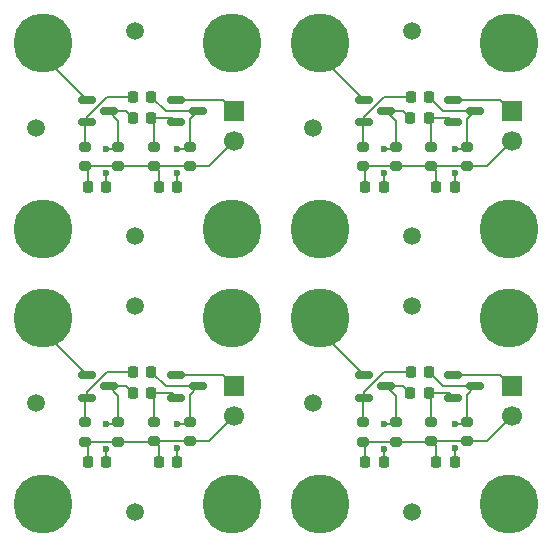
<source format=gbr>
%TF.GenerationSoftware,KiCad,Pcbnew,9.0.5*%
%TF.CreationDate,2025-10-24T18:10:22+02:00*%
%TF.ProjectId,panel,70616e65-6c2e-46b6-9963-61645f706362,rev?*%
%TF.SameCoordinates,Original*%
%TF.FileFunction,Copper,L1,Top*%
%TF.FilePolarity,Positive*%
%FSLAX46Y46*%
G04 Gerber Fmt 4.6, Leading zero omitted, Abs format (unit mm)*
G04 Created by KiCad (PCBNEW 9.0.5) date 2025-10-24 18:10:22*
%MOMM*%
%LPD*%
G01*
G04 APERTURE LIST*
G04 Aperture macros list*
%AMRoundRect*
0 Rectangle with rounded corners*
0 $1 Rounding radius*
0 $2 $3 $4 $5 $6 $7 $8 $9 X,Y pos of 4 corners*
0 Add a 4 corners polygon primitive as box body*
4,1,4,$2,$3,$4,$5,$6,$7,$8,$9,$2,$3,0*
0 Add four circle primitives for the rounded corners*
1,1,$1+$1,$2,$3*
1,1,$1+$1,$4,$5*
1,1,$1+$1,$6,$7*
1,1,$1+$1,$8,$9*
0 Add four rect primitives between the rounded corners*
20,1,$1+$1,$2,$3,$4,$5,0*
20,1,$1+$1,$4,$5,$6,$7,0*
20,1,$1+$1,$6,$7,$8,$9,0*
20,1,$1+$1,$8,$9,$2,$3,0*%
G04 Aperture macros list end*
%TA.AperFunction,SMDPad,CuDef*%
%ADD10RoundRect,0.200000X0.275000X-0.200000X0.275000X0.200000X-0.275000X0.200000X-0.275000X-0.200000X0*%
%TD*%
%TA.AperFunction,SMDPad,CuDef*%
%ADD11RoundRect,0.150000X-0.587500X-0.150000X0.587500X-0.150000X0.587500X0.150000X-0.587500X0.150000X0*%
%TD*%
%TA.AperFunction,ComponentPad*%
%ADD12C,5.000000*%
%TD*%
%TA.AperFunction,SMDPad,CuDef*%
%ADD13C,1.500000*%
%TD*%
%TA.AperFunction,SMDPad,CuDef*%
%ADD14RoundRect,0.218750X0.218750X0.256250X-0.218750X0.256250X-0.218750X-0.256250X0.218750X-0.256250X0*%
%TD*%
%TA.AperFunction,ComponentPad*%
%ADD15R,1.700000X1.700000*%
%TD*%
%TA.AperFunction,ComponentPad*%
%ADD16C,1.700000*%
%TD*%
%TA.AperFunction,SMDPad,CuDef*%
%ADD17RoundRect,0.225000X0.225000X0.250000X-0.225000X0.250000X-0.225000X-0.250000X0.225000X-0.250000X0*%
%TD*%
%TA.AperFunction,ViaPad*%
%ADD18C,0.600000*%
%TD*%
%TA.AperFunction,Conductor*%
%ADD19C,0.200000*%
%TD*%
G04 APERTURE END LIST*
D10*
%TO.P,R3,1*%
%TO.N,Board_3-VCC*%
X161650000Y-56500000D03*
%TO.P,R3,2*%
%TO.N,Board_3-bjt_1*%
X161650000Y-54850000D03*
%TD*%
D11*
%TO.P,Q2,1,E*%
%TO.N,Board_0-GND*%
X132467737Y-27600000D03*
%TO.P,Q2,2,B*%
%TO.N,Board_0-bjt_2*%
X132467737Y-29500000D03*
%TO.P,Q2,3,C*%
%TO.N,Board_0-Net-(D2-K)*%
X134342737Y-28550000D03*
%TD*%
D12*
%TO.P,H1,1,1*%
%TO.N,Board_3-GND*%
X152250000Y-46050000D03*
%TD*%
D11*
%TO.P,Q2,1,E*%
%TO.N,Board_1-GND*%
X155975000Y-27600000D03*
%TO.P,Q2,2,B*%
%TO.N,Board_1-bjt_2*%
X155975000Y-29500000D03*
%TO.P,Q2,3,C*%
%TO.N,Board_1-Net-(D2-K)*%
X157850000Y-28550000D03*
%TD*%
D13*
%TO.P,FID4,*%
%TO.N,*%
X151650000Y-53250000D03*
%TD*%
D12*
%TO.P,H3,1,1*%
%TO.N,Board_2-GND*%
X144742737Y-61850000D03*
%TD*%
D10*
%TO.P,R4,1*%
%TO.N,Board_2-VCC*%
X135142737Y-56525000D03*
%TO.P,R4,2*%
%TO.N,Board_2-Net-(D2-K)*%
X135142737Y-54875000D03*
%TD*%
D13*
%TO.P,FID3,*%
%TO.N,*%
X160050000Y-62450000D03*
%TD*%
%TO.P,FID1,*%
%TO.N,*%
X160050000Y-45050000D03*
%TD*%
D14*
%TO.P,D1,1,K*%
%TO.N,Board_1-Net-(D1-K)*%
X163637500Y-34950000D03*
%TO.P,D1,2,A*%
%TO.N,Board_1-VCC*%
X162062500Y-34950000D03*
%TD*%
D15*
%TO.P,J1,1,Pin_1*%
%TO.N,Board_2-GND*%
X144942737Y-51850000D03*
D16*
%TO.P,J1,2,Pin_2*%
%TO.N,Board_2-VCC*%
X144942737Y-54390000D03*
%TD*%
D10*
%TO.P,R4,1*%
%TO.N,Board_1-VCC*%
X158650000Y-33225000D03*
%TO.P,R4,2*%
%TO.N,Board_1-Net-(D2-K)*%
X158650000Y-31575000D03*
%TD*%
D11*
%TO.P,Q1,1,E*%
%TO.N,Board_3-GND*%
X163512500Y-50900000D03*
%TO.P,Q1,2,B*%
%TO.N,Board_3-bjt_1*%
X163512500Y-52800000D03*
%TO.P,Q1,3,C*%
%TO.N,Board_3-Net-(D1-K)*%
X165387500Y-51850000D03*
%TD*%
D17*
%TO.P,C1,1*%
%TO.N,Board_1-Net-(D1-K)*%
X161450000Y-27350000D03*
%TO.P,C1,2*%
%TO.N,Board_1-bjt_2*%
X159900000Y-27350000D03*
%TD*%
D13*
%TO.P,FID4,*%
%TO.N,*%
X128142737Y-53250000D03*
%TD*%
D12*
%TO.P,H3,1,1*%
%TO.N,Board_0-GND*%
X144742737Y-38550000D03*
%TD*%
D10*
%TO.P,R1,1*%
%TO.N,Board_0-VCC*%
X141186059Y-33200000D03*
%TO.P,R1,2*%
%TO.N,Board_0-Net-(D1-K)*%
X141186059Y-31550000D03*
%TD*%
D17*
%TO.P,C2,1*%
%TO.N,Board_3-bjt_1*%
X161425000Y-52450000D03*
%TO.P,C2,2*%
%TO.N,Board_3-Net-(D2-K)*%
X159875000Y-52450000D03*
%TD*%
%TO.P,C2,1*%
%TO.N,Board_2-bjt_1*%
X137917737Y-52450000D03*
%TO.P,C2,2*%
%TO.N,Board_2-Net-(D2-K)*%
X136367737Y-52450000D03*
%TD*%
D13*
%TO.P,FID1,*%
%TO.N,*%
X136542737Y-45050000D03*
%TD*%
D12*
%TO.P,H4,1,1*%
%TO.N,Board_2-GND*%
X128742737Y-61850000D03*
%TD*%
D17*
%TO.P,C1,1*%
%TO.N,Board_3-Net-(D1-K)*%
X161450000Y-50650000D03*
%TO.P,C1,2*%
%TO.N,Board_3-bjt_2*%
X159900000Y-50650000D03*
%TD*%
D13*
%TO.P,FID1,*%
%TO.N,*%
X136542737Y-21750000D03*
%TD*%
D11*
%TO.P,Q1,1,E*%
%TO.N,Board_2-GND*%
X140005237Y-50900000D03*
%TO.P,Q1,2,B*%
%TO.N,Board_2-bjt_1*%
X140005237Y-52800000D03*
%TO.P,Q1,3,C*%
%TO.N,Board_2-Net-(D1-K)*%
X141880237Y-51850000D03*
%TD*%
D12*
%TO.P,H4,1,1*%
%TO.N,Board_0-GND*%
X128742737Y-38550000D03*
%TD*%
D10*
%TO.P,R3,1*%
%TO.N,Board_0-VCC*%
X138142737Y-33200000D03*
%TO.P,R3,2*%
%TO.N,Board_0-bjt_1*%
X138142737Y-31550000D03*
%TD*%
D14*
%TO.P,D2,1,K*%
%TO.N,Board_0-Net-(D2-K)*%
X134130237Y-34950000D03*
%TO.P,D2,2,A*%
%TO.N,Board_0-VCC*%
X132555237Y-34950000D03*
%TD*%
D17*
%TO.P,C1,1*%
%TO.N,Board_0-Net-(D1-K)*%
X137942737Y-27350000D03*
%TO.P,C1,2*%
%TO.N,Board_0-bjt_2*%
X136392737Y-27350000D03*
%TD*%
D10*
%TO.P,R4,1*%
%TO.N,Board_0-VCC*%
X135142737Y-33225000D03*
%TO.P,R4,2*%
%TO.N,Board_0-Net-(D2-K)*%
X135142737Y-31575000D03*
%TD*%
D12*
%TO.P,H4,1,1*%
%TO.N,Board_1-GND*%
X152250000Y-38550000D03*
%TD*%
D14*
%TO.P,D2,1,K*%
%TO.N,Board_1-Net-(D2-K)*%
X157637500Y-34950000D03*
%TO.P,D2,2,A*%
%TO.N,Board_1-VCC*%
X156062500Y-34950000D03*
%TD*%
D10*
%TO.P,R2,1*%
%TO.N,Board_0-VCC*%
X132342737Y-33225000D03*
%TO.P,R2,2*%
%TO.N,Board_0-bjt_2*%
X132342737Y-31575000D03*
%TD*%
%TO.P,R1,1*%
%TO.N,Board_3-VCC*%
X164693322Y-56500000D03*
%TO.P,R1,2*%
%TO.N,Board_3-Net-(D1-K)*%
X164693322Y-54850000D03*
%TD*%
D14*
%TO.P,D1,1,K*%
%TO.N,Board_0-Net-(D1-K)*%
X140130237Y-34950000D03*
%TO.P,D1,2,A*%
%TO.N,Board_0-VCC*%
X138555237Y-34950000D03*
%TD*%
D13*
%TO.P,FID3,*%
%TO.N,*%
X136542737Y-39150000D03*
%TD*%
D12*
%TO.P,H2,1,1*%
%TO.N,Board_3-GND*%
X168250000Y-46050000D03*
%TD*%
D17*
%TO.P,C2,1*%
%TO.N,Board_0-bjt_1*%
X137917737Y-29150000D03*
%TO.P,C2,2*%
%TO.N,Board_0-Net-(D2-K)*%
X136367737Y-29150000D03*
%TD*%
%TO.P,C1,1*%
%TO.N,Board_2-Net-(D1-K)*%
X137942737Y-50650000D03*
%TO.P,C1,2*%
%TO.N,Board_2-bjt_2*%
X136392737Y-50650000D03*
%TD*%
D12*
%TO.P,H2,1,1*%
%TO.N,Board_0-GND*%
X144742737Y-22750000D03*
%TD*%
%TO.P,H2,1,1*%
%TO.N,Board_1-GND*%
X168250000Y-22750000D03*
%TD*%
D15*
%TO.P,J1,1,Pin_1*%
%TO.N,Board_0-GND*%
X144942737Y-28550000D03*
D16*
%TO.P,J1,2,Pin_2*%
%TO.N,Board_0-VCC*%
X144942737Y-31090000D03*
%TD*%
D12*
%TO.P,H1,1,1*%
%TO.N,Board_0-GND*%
X128742737Y-22750000D03*
%TD*%
D10*
%TO.P,R4,1*%
%TO.N,Board_3-VCC*%
X158650000Y-56525000D03*
%TO.P,R4,2*%
%TO.N,Board_3-Net-(D2-K)*%
X158650000Y-54875000D03*
%TD*%
%TO.P,R2,1*%
%TO.N,Board_3-VCC*%
X155850000Y-56525000D03*
%TO.P,R2,2*%
%TO.N,Board_3-bjt_2*%
X155850000Y-54875000D03*
%TD*%
%TO.P,R3,1*%
%TO.N,Board_2-VCC*%
X138142737Y-56500000D03*
%TO.P,R3,2*%
%TO.N,Board_2-bjt_1*%
X138142737Y-54850000D03*
%TD*%
D14*
%TO.P,D2,1,K*%
%TO.N,Board_3-Net-(D2-K)*%
X157637500Y-58250000D03*
%TO.P,D2,2,A*%
%TO.N,Board_3-VCC*%
X156062500Y-58250000D03*
%TD*%
D13*
%TO.P,FID3,*%
%TO.N,*%
X136542737Y-62450000D03*
%TD*%
%TO.P,FID4,*%
%TO.N,*%
X151650000Y-29950000D03*
%TD*%
D14*
%TO.P,D1,1,K*%
%TO.N,Board_2-Net-(D1-K)*%
X140130237Y-58250000D03*
%TO.P,D1,2,A*%
%TO.N,Board_2-VCC*%
X138555237Y-58250000D03*
%TD*%
D10*
%TO.P,R2,1*%
%TO.N,Board_1-VCC*%
X155850000Y-33225000D03*
%TO.P,R2,2*%
%TO.N,Board_1-bjt_2*%
X155850000Y-31575000D03*
%TD*%
D14*
%TO.P,D2,1,K*%
%TO.N,Board_2-Net-(D2-K)*%
X134130237Y-58250000D03*
%TO.P,D2,2,A*%
%TO.N,Board_2-VCC*%
X132555237Y-58250000D03*
%TD*%
D11*
%TO.P,Q1,1,E*%
%TO.N,Board_1-GND*%
X163512500Y-27600000D03*
%TO.P,Q1,2,B*%
%TO.N,Board_1-bjt_1*%
X163512500Y-29500000D03*
%TO.P,Q1,3,C*%
%TO.N,Board_1-Net-(D1-K)*%
X165387500Y-28550000D03*
%TD*%
D10*
%TO.P,R3,1*%
%TO.N,Board_1-VCC*%
X161650000Y-33200000D03*
%TO.P,R3,2*%
%TO.N,Board_1-bjt_1*%
X161650000Y-31550000D03*
%TD*%
D13*
%TO.P,FID3,*%
%TO.N,*%
X160050000Y-39150000D03*
%TD*%
D10*
%TO.P,R1,1*%
%TO.N,Board_2-VCC*%
X141186059Y-56500000D03*
%TO.P,R1,2*%
%TO.N,Board_2-Net-(D1-K)*%
X141186059Y-54850000D03*
%TD*%
D12*
%TO.P,H2,1,1*%
%TO.N,Board_2-GND*%
X144742737Y-46050000D03*
%TD*%
D17*
%TO.P,C2,1*%
%TO.N,Board_1-bjt_1*%
X161425000Y-29150000D03*
%TO.P,C2,2*%
%TO.N,Board_1-Net-(D2-K)*%
X159875000Y-29150000D03*
%TD*%
D12*
%TO.P,H3,1,1*%
%TO.N,Board_3-GND*%
X168250000Y-61850000D03*
%TD*%
D14*
%TO.P,D1,1,K*%
%TO.N,Board_3-Net-(D1-K)*%
X163637500Y-58250000D03*
%TO.P,D1,2,A*%
%TO.N,Board_3-VCC*%
X162062500Y-58250000D03*
%TD*%
D15*
%TO.P,J1,1,Pin_1*%
%TO.N,Board_1-GND*%
X168450000Y-28550000D03*
D16*
%TO.P,J1,2,Pin_2*%
%TO.N,Board_1-VCC*%
X168450000Y-31090000D03*
%TD*%
D12*
%TO.P,H4,1,1*%
%TO.N,Board_3-GND*%
X152250000Y-61850000D03*
%TD*%
D10*
%TO.P,R1,1*%
%TO.N,Board_1-VCC*%
X164693322Y-33200000D03*
%TO.P,R1,2*%
%TO.N,Board_1-Net-(D1-K)*%
X164693322Y-31550000D03*
%TD*%
D11*
%TO.P,Q1,1,E*%
%TO.N,Board_0-GND*%
X140005237Y-27600000D03*
%TO.P,Q1,2,B*%
%TO.N,Board_0-bjt_1*%
X140005237Y-29500000D03*
%TO.P,Q1,3,C*%
%TO.N,Board_0-Net-(D1-K)*%
X141880237Y-28550000D03*
%TD*%
D12*
%TO.P,H1,1,1*%
%TO.N,Board_2-GND*%
X128742737Y-46050000D03*
%TD*%
D13*
%TO.P,FID1,*%
%TO.N,*%
X160050000Y-21750000D03*
%TD*%
D12*
%TO.P,H1,1,1*%
%TO.N,Board_1-GND*%
X152250000Y-22750000D03*
%TD*%
D15*
%TO.P,J1,1,Pin_1*%
%TO.N,Board_3-GND*%
X168450000Y-51850000D03*
D16*
%TO.P,J1,2,Pin_2*%
%TO.N,Board_3-VCC*%
X168450000Y-54390000D03*
%TD*%
D11*
%TO.P,Q2,1,E*%
%TO.N,Board_3-GND*%
X155975000Y-50900000D03*
%TO.P,Q2,2,B*%
%TO.N,Board_3-bjt_2*%
X155975000Y-52800000D03*
%TO.P,Q2,3,C*%
%TO.N,Board_3-Net-(D2-K)*%
X157850000Y-51850000D03*
%TD*%
D10*
%TO.P,R2,1*%
%TO.N,Board_2-VCC*%
X132342737Y-56525000D03*
%TO.P,R2,2*%
%TO.N,Board_2-bjt_2*%
X132342737Y-54875000D03*
%TD*%
D13*
%TO.P,FID4,*%
%TO.N,*%
X128142737Y-29950000D03*
%TD*%
D12*
%TO.P,H3,1,1*%
%TO.N,Board_1-GND*%
X168250000Y-38550000D03*
%TD*%
D11*
%TO.P,Q2,1,E*%
%TO.N,Board_2-GND*%
X132467737Y-50900000D03*
%TO.P,Q2,2,B*%
%TO.N,Board_2-bjt_2*%
X132467737Y-52800000D03*
%TO.P,Q2,3,C*%
%TO.N,Board_2-Net-(D2-K)*%
X134342737Y-51850000D03*
%TD*%
D18*
%TO.N,Board_0-Net-(D1-K)*%
X140142737Y-33800000D03*
X140142737Y-31750000D03*
%TO.N,Board_0-Net-(D2-K)*%
X134142737Y-33825000D03*
X134142737Y-31750000D03*
%TO.N,Board_1-Net-(D1-K)*%
X163650000Y-33800000D03*
X163650000Y-31750000D03*
%TO.N,Board_1-Net-(D2-K)*%
X157650000Y-33825000D03*
X157650000Y-31750000D03*
%TO.N,Board_2-Net-(D1-K)*%
X140142737Y-55050000D03*
X140142737Y-57100000D03*
%TO.N,Board_2-Net-(D2-K)*%
X134142737Y-57125000D03*
X134142737Y-55050000D03*
%TO.N,Board_3-Net-(D1-K)*%
X163650000Y-55050000D03*
X163650000Y-57100000D03*
%TO.N,Board_3-Net-(D2-K)*%
X157650000Y-57125000D03*
X157650000Y-55050000D03*
%TD*%
D19*
%TO.N,Board_0-GND*%
X140005237Y-27600000D02*
X143992737Y-27600000D01*
X132467737Y-27600000D02*
X128742737Y-23875000D01*
X128742737Y-23875000D02*
X128742737Y-22750000D01*
X143992737Y-27600000D02*
X144942737Y-28550000D01*
%TO.N,Board_0-Net-(D1-K)*%
X140130237Y-34950000D02*
X140130237Y-33812500D01*
X140986059Y-31750000D02*
X141186059Y-31550000D01*
X141880237Y-28550000D02*
X139142737Y-28550000D01*
X141186059Y-29244178D02*
X141186059Y-31550000D01*
X140142737Y-31750000D02*
X140986059Y-31750000D01*
X141880237Y-28550000D02*
X141186059Y-29244178D01*
X139142737Y-28550000D02*
X137942737Y-27350000D01*
X140130237Y-33812500D02*
X140142737Y-33800000D01*
%TO.N,Board_0-Net-(D2-K)*%
X135142737Y-29350000D02*
X134342737Y-28550000D01*
X135142737Y-31575000D02*
X135142737Y-29350000D01*
X134130237Y-33837500D02*
X134142737Y-33825000D01*
X135767737Y-28550000D02*
X136367737Y-29150000D01*
X134342737Y-28550000D02*
X135767737Y-28550000D01*
X134967737Y-31750000D02*
X135142737Y-31575000D01*
X134130237Y-34950000D02*
X134130237Y-33837500D01*
X134142737Y-31750000D02*
X134967737Y-31750000D01*
%TO.N,Board_0-VCC*%
X138142737Y-33200000D02*
X141186059Y-33200000D01*
X132930237Y-34575000D02*
X132555237Y-34950000D01*
X138117737Y-33225000D02*
X138142737Y-33200000D01*
X132555237Y-33437500D02*
X132342737Y-33225000D01*
X141186059Y-33200000D02*
X142832737Y-33200000D01*
X138555237Y-33612500D02*
X138142737Y-33200000D01*
X138555237Y-34950000D02*
X138555237Y-33612500D01*
X142832737Y-33200000D02*
X144942737Y-31090000D01*
X132555237Y-34950000D02*
X132555237Y-33437500D01*
X132342737Y-33225000D02*
X135142737Y-33225000D01*
X135142737Y-33225000D02*
X138117737Y-33225000D01*
%TO.N,Board_0-bjt_1*%
X139655237Y-29150000D02*
X140005237Y-29500000D01*
X137917737Y-29150000D02*
X139655237Y-29150000D01*
X138142737Y-29375000D02*
X137917737Y-29150000D01*
X138142737Y-31550000D02*
X138142737Y-29375000D01*
%TO.N,Board_0-bjt_2*%
X136392737Y-27350000D02*
X134163269Y-27350000D01*
X132342737Y-31575000D02*
X132342737Y-29625000D01*
X134163269Y-27350000D02*
X132467737Y-29045532D01*
X132467737Y-29045532D02*
X132467737Y-29500000D01*
X132342737Y-29625000D02*
X132467737Y-29500000D01*
%TO.N,Board_1-GND*%
X167500000Y-27600000D02*
X168450000Y-28550000D01*
X152250000Y-23875000D02*
X152250000Y-22750000D01*
X155975000Y-27600000D02*
X152250000Y-23875000D01*
X163512500Y-27600000D02*
X167500000Y-27600000D01*
%TO.N,Board_1-Net-(D1-K)*%
X165387500Y-28550000D02*
X164693322Y-29244178D01*
X164693322Y-29244178D02*
X164693322Y-31550000D01*
X163637500Y-34950000D02*
X163637500Y-33812500D01*
X162650000Y-28550000D02*
X161450000Y-27350000D01*
X165387500Y-28550000D02*
X162650000Y-28550000D01*
X164493322Y-31750000D02*
X164693322Y-31550000D01*
X163650000Y-31750000D02*
X164493322Y-31750000D01*
X163637500Y-33812500D02*
X163650000Y-33800000D01*
%TO.N,Board_1-Net-(D2-K)*%
X157637500Y-34950000D02*
X157637500Y-33837500D01*
X159275000Y-28550000D02*
X159875000Y-29150000D01*
X158650000Y-31575000D02*
X158650000Y-29350000D01*
X158475000Y-31750000D02*
X158650000Y-31575000D01*
X157637500Y-33837500D02*
X157650000Y-33825000D01*
X157850000Y-28550000D02*
X159275000Y-28550000D01*
X158650000Y-29350000D02*
X157850000Y-28550000D01*
X157650000Y-31750000D02*
X158475000Y-31750000D01*
%TO.N,Board_1-VCC*%
X158650000Y-33225000D02*
X161625000Y-33225000D01*
X161650000Y-33200000D02*
X164693322Y-33200000D01*
X166340000Y-33200000D02*
X168450000Y-31090000D01*
X156437500Y-34575000D02*
X156062500Y-34950000D01*
X162062500Y-34950000D02*
X162062500Y-33612500D01*
X161625000Y-33225000D02*
X161650000Y-33200000D01*
X156062500Y-34950000D02*
X156062500Y-33437500D01*
X155850000Y-33225000D02*
X158650000Y-33225000D01*
X156062500Y-33437500D02*
X155850000Y-33225000D01*
X164693322Y-33200000D02*
X166340000Y-33200000D01*
X162062500Y-33612500D02*
X161650000Y-33200000D01*
%TO.N,Board_1-bjt_1*%
X161650000Y-31550000D02*
X161650000Y-29375000D01*
X161650000Y-29375000D02*
X161425000Y-29150000D01*
X161425000Y-29150000D02*
X163162500Y-29150000D01*
X163162500Y-29150000D02*
X163512500Y-29500000D01*
%TO.N,Board_1-bjt_2*%
X155850000Y-29625000D02*
X155975000Y-29500000D01*
X159900000Y-27350000D02*
X157670532Y-27350000D01*
X155975000Y-29045532D02*
X155975000Y-29500000D01*
X157670532Y-27350000D02*
X155975000Y-29045532D01*
X155850000Y-31575000D02*
X155850000Y-29625000D01*
%TO.N,Board_2-GND*%
X132467737Y-50900000D02*
X128742737Y-47175000D01*
X143992737Y-50900000D02*
X144942737Y-51850000D01*
X140005237Y-50900000D02*
X143992737Y-50900000D01*
X128742737Y-47175000D02*
X128742737Y-46050000D01*
%TO.N,Board_2-Net-(D1-K)*%
X140986059Y-55050000D02*
X141186059Y-54850000D01*
X140130237Y-58250000D02*
X140130237Y-57112500D01*
X141880237Y-51850000D02*
X139142737Y-51850000D01*
X141880237Y-51850000D02*
X141186059Y-52544178D01*
X139142737Y-51850000D02*
X137942737Y-50650000D01*
X140130237Y-57112500D02*
X140142737Y-57100000D01*
X141186059Y-52544178D02*
X141186059Y-54850000D01*
X140142737Y-55050000D02*
X140986059Y-55050000D01*
%TO.N,Board_2-Net-(D2-K)*%
X134342737Y-51850000D02*
X135767737Y-51850000D01*
X135142737Y-52650000D02*
X134342737Y-51850000D01*
X135767737Y-51850000D02*
X136367737Y-52450000D01*
X135142737Y-54875000D02*
X135142737Y-52650000D01*
X134130237Y-58250000D02*
X134130237Y-57137500D01*
X134967737Y-55050000D02*
X135142737Y-54875000D01*
X134130237Y-57137500D02*
X134142737Y-57125000D01*
X134142737Y-55050000D02*
X134967737Y-55050000D01*
%TO.N,Board_2-VCC*%
X132930237Y-57875000D02*
X132555237Y-58250000D01*
X138142737Y-56500000D02*
X141186059Y-56500000D01*
X138555237Y-58250000D02*
X138555237Y-56912500D01*
X138117737Y-56525000D02*
X138142737Y-56500000D01*
X142832737Y-56500000D02*
X144942737Y-54390000D01*
X138555237Y-56912500D02*
X138142737Y-56500000D01*
X132342737Y-56525000D02*
X135142737Y-56525000D01*
X135142737Y-56525000D02*
X138117737Y-56525000D01*
X141186059Y-56500000D02*
X142832737Y-56500000D01*
X132555237Y-56737500D02*
X132342737Y-56525000D01*
X132555237Y-58250000D02*
X132555237Y-56737500D01*
%TO.N,Board_2-bjt_1*%
X137917737Y-52450000D02*
X139655237Y-52450000D01*
X138142737Y-52675000D02*
X137917737Y-52450000D01*
X138142737Y-54850000D02*
X138142737Y-52675000D01*
X139655237Y-52450000D02*
X140005237Y-52800000D01*
%TO.N,Board_2-bjt_2*%
X132342737Y-52925000D02*
X132467737Y-52800000D01*
X132342737Y-54875000D02*
X132342737Y-52925000D01*
X136392737Y-50650000D02*
X134163269Y-50650000D01*
X134163269Y-50650000D02*
X132467737Y-52345532D01*
X132467737Y-52345532D02*
X132467737Y-52800000D01*
%TO.N,Board_3-GND*%
X155975000Y-50900000D02*
X152250000Y-47175000D01*
X163512500Y-50900000D02*
X167500000Y-50900000D01*
X152250000Y-47175000D02*
X152250000Y-46050000D01*
X167500000Y-50900000D02*
X168450000Y-51850000D01*
%TO.N,Board_3-Net-(D1-K)*%
X165387500Y-51850000D02*
X164693322Y-52544178D01*
X163650000Y-55050000D02*
X164493322Y-55050000D01*
X162650000Y-51850000D02*
X161450000Y-50650000D01*
X163637500Y-57112500D02*
X163650000Y-57100000D01*
X165387500Y-51850000D02*
X162650000Y-51850000D01*
X164493322Y-55050000D02*
X164693322Y-54850000D01*
X164693322Y-52544178D02*
X164693322Y-54850000D01*
X163637500Y-58250000D02*
X163637500Y-57112500D01*
%TO.N,Board_3-Net-(D2-K)*%
X157650000Y-55050000D02*
X158475000Y-55050000D01*
X158650000Y-54875000D02*
X158650000Y-52650000D01*
X157850000Y-51850000D02*
X159275000Y-51850000D01*
X157637500Y-58250000D02*
X157637500Y-57137500D01*
X158475000Y-55050000D02*
X158650000Y-54875000D01*
X157637500Y-57137500D02*
X157650000Y-57125000D01*
X158650000Y-52650000D02*
X157850000Y-51850000D01*
X159275000Y-51850000D02*
X159875000Y-52450000D01*
%TO.N,Board_3-VCC*%
X155850000Y-56525000D02*
X158650000Y-56525000D01*
X164693322Y-56500000D02*
X166340000Y-56500000D01*
X161650000Y-56500000D02*
X164693322Y-56500000D01*
X156437500Y-57875000D02*
X156062500Y-58250000D01*
X158650000Y-56525000D02*
X161625000Y-56525000D01*
X166340000Y-56500000D02*
X168450000Y-54390000D01*
X162062500Y-58250000D02*
X162062500Y-56912500D01*
X162062500Y-56912500D02*
X161650000Y-56500000D01*
X161625000Y-56525000D02*
X161650000Y-56500000D01*
X156062500Y-58250000D02*
X156062500Y-56737500D01*
X156062500Y-56737500D02*
X155850000Y-56525000D01*
%TO.N,Board_3-bjt_1*%
X161650000Y-52675000D02*
X161425000Y-52450000D01*
X163162500Y-52450000D02*
X163512500Y-52800000D01*
X161425000Y-52450000D02*
X163162500Y-52450000D01*
X161650000Y-54850000D02*
X161650000Y-52675000D01*
%TO.N,Board_3-bjt_2*%
X159900000Y-50650000D02*
X157670532Y-50650000D01*
X155975000Y-52345532D02*
X155975000Y-52800000D01*
X157670532Y-50650000D02*
X155975000Y-52345532D01*
X155850000Y-52925000D02*
X155975000Y-52800000D01*
X155850000Y-54875000D02*
X155850000Y-52925000D01*
%TD*%
M02*

</source>
